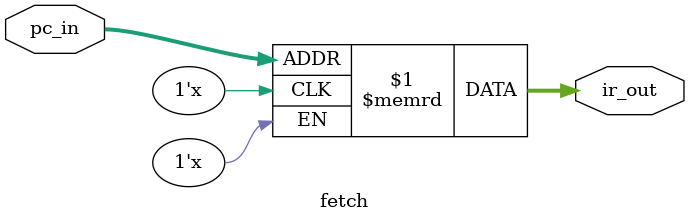
<source format=v>
module fetch(input [7:0] pc_in,
             output [31:0] ir_out);

    reg [31:0] ins_mem[0:255];

    assign ir_out = ins_mem[pc_in];

endmodule

</source>
